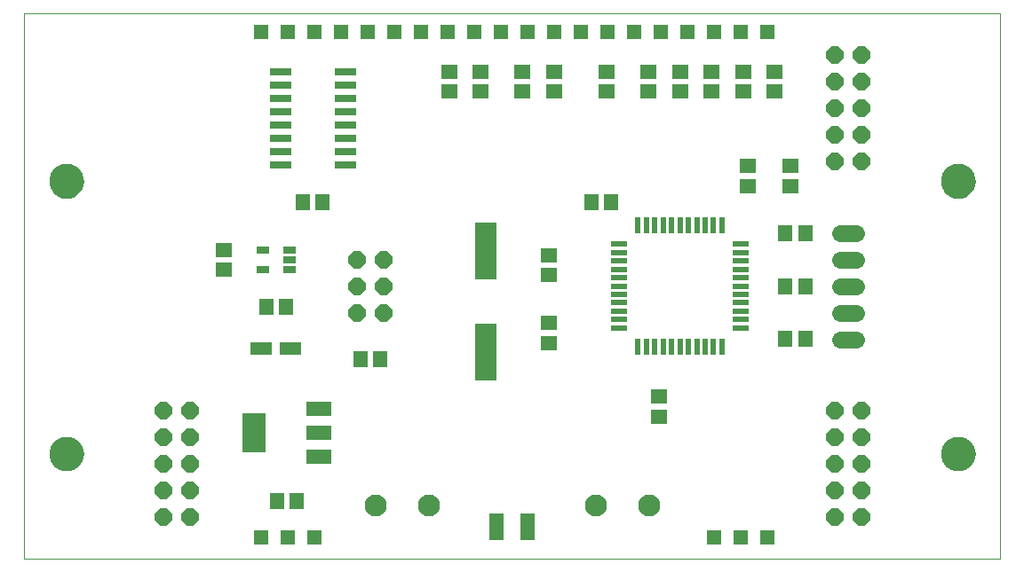
<source format=gts>
G75*
G70*
%OFA0B0*%
%FSLAX24Y24*%
%IPPOS*%
%LPD*%
%AMOC8*
5,1,8,0,0,1.08239X$1,22.5*
%
%ADD10C,0.0000*%
%ADD11C,0.1300*%
%ADD12OC8,0.0640*%
%ADD13R,0.0552X0.0631*%
%ADD14R,0.0631X0.0552*%
%ADD15R,0.0540X0.1040*%
%ADD16C,0.0827*%
%ADD17R,0.0512X0.0257*%
%ADD18R,0.0520X0.0520*%
%ADD19R,0.0840X0.0300*%
%ADD20R,0.0920X0.0520*%
%ADD21R,0.0906X0.1457*%
%ADD22R,0.0827X0.0512*%
%ADD23R,0.0631X0.0237*%
%ADD24R,0.0237X0.0631*%
%ADD25R,0.0800X0.2140*%
%ADD26C,0.0640*%
D10*
X000377Y000377D02*
X036991Y000377D01*
X036991Y020849D01*
X000377Y020849D01*
X000377Y000377D01*
X001322Y004314D02*
X001324Y004364D01*
X001330Y004414D01*
X001340Y004463D01*
X001354Y004511D01*
X001371Y004558D01*
X001392Y004603D01*
X001417Y004647D01*
X001445Y004688D01*
X001477Y004727D01*
X001511Y004764D01*
X001548Y004798D01*
X001588Y004828D01*
X001630Y004855D01*
X001674Y004879D01*
X001720Y004900D01*
X001767Y004916D01*
X001815Y004929D01*
X001865Y004938D01*
X001914Y004943D01*
X001965Y004944D01*
X002015Y004941D01*
X002064Y004934D01*
X002113Y004923D01*
X002161Y004908D01*
X002207Y004890D01*
X002252Y004868D01*
X002295Y004842D01*
X002336Y004813D01*
X002375Y004781D01*
X002411Y004746D01*
X002443Y004708D01*
X002473Y004668D01*
X002500Y004625D01*
X002523Y004581D01*
X002542Y004535D01*
X002558Y004487D01*
X002570Y004438D01*
X002578Y004389D01*
X002582Y004339D01*
X002582Y004289D01*
X002578Y004239D01*
X002570Y004190D01*
X002558Y004141D01*
X002542Y004093D01*
X002523Y004047D01*
X002500Y004003D01*
X002473Y003960D01*
X002443Y003920D01*
X002411Y003882D01*
X002375Y003847D01*
X002336Y003815D01*
X002295Y003786D01*
X002252Y003760D01*
X002207Y003738D01*
X002161Y003720D01*
X002113Y003705D01*
X002064Y003694D01*
X002015Y003687D01*
X001965Y003684D01*
X001914Y003685D01*
X001865Y003690D01*
X001815Y003699D01*
X001767Y003712D01*
X001720Y003728D01*
X001674Y003749D01*
X001630Y003773D01*
X001588Y003800D01*
X001548Y003830D01*
X001511Y003864D01*
X001477Y003901D01*
X001445Y003940D01*
X001417Y003981D01*
X001392Y004025D01*
X001371Y004070D01*
X001354Y004117D01*
X001340Y004165D01*
X001330Y004214D01*
X001324Y004264D01*
X001322Y004314D01*
X001322Y014550D02*
X001324Y014600D01*
X001330Y014650D01*
X001340Y014699D01*
X001354Y014747D01*
X001371Y014794D01*
X001392Y014839D01*
X001417Y014883D01*
X001445Y014924D01*
X001477Y014963D01*
X001511Y015000D01*
X001548Y015034D01*
X001588Y015064D01*
X001630Y015091D01*
X001674Y015115D01*
X001720Y015136D01*
X001767Y015152D01*
X001815Y015165D01*
X001865Y015174D01*
X001914Y015179D01*
X001965Y015180D01*
X002015Y015177D01*
X002064Y015170D01*
X002113Y015159D01*
X002161Y015144D01*
X002207Y015126D01*
X002252Y015104D01*
X002295Y015078D01*
X002336Y015049D01*
X002375Y015017D01*
X002411Y014982D01*
X002443Y014944D01*
X002473Y014904D01*
X002500Y014861D01*
X002523Y014817D01*
X002542Y014771D01*
X002558Y014723D01*
X002570Y014674D01*
X002578Y014625D01*
X002582Y014575D01*
X002582Y014525D01*
X002578Y014475D01*
X002570Y014426D01*
X002558Y014377D01*
X002542Y014329D01*
X002523Y014283D01*
X002500Y014239D01*
X002473Y014196D01*
X002443Y014156D01*
X002411Y014118D01*
X002375Y014083D01*
X002336Y014051D01*
X002295Y014022D01*
X002252Y013996D01*
X002207Y013974D01*
X002161Y013956D01*
X002113Y013941D01*
X002064Y013930D01*
X002015Y013923D01*
X001965Y013920D01*
X001914Y013921D01*
X001865Y013926D01*
X001815Y013935D01*
X001767Y013948D01*
X001720Y013964D01*
X001674Y013985D01*
X001630Y014009D01*
X001588Y014036D01*
X001548Y014066D01*
X001511Y014100D01*
X001477Y014137D01*
X001445Y014176D01*
X001417Y014217D01*
X001392Y014261D01*
X001371Y014306D01*
X001354Y014353D01*
X001340Y014401D01*
X001330Y014450D01*
X001324Y014500D01*
X001322Y014550D01*
X034786Y014550D02*
X034788Y014600D01*
X034794Y014650D01*
X034804Y014699D01*
X034818Y014747D01*
X034835Y014794D01*
X034856Y014839D01*
X034881Y014883D01*
X034909Y014924D01*
X034941Y014963D01*
X034975Y015000D01*
X035012Y015034D01*
X035052Y015064D01*
X035094Y015091D01*
X035138Y015115D01*
X035184Y015136D01*
X035231Y015152D01*
X035279Y015165D01*
X035329Y015174D01*
X035378Y015179D01*
X035429Y015180D01*
X035479Y015177D01*
X035528Y015170D01*
X035577Y015159D01*
X035625Y015144D01*
X035671Y015126D01*
X035716Y015104D01*
X035759Y015078D01*
X035800Y015049D01*
X035839Y015017D01*
X035875Y014982D01*
X035907Y014944D01*
X035937Y014904D01*
X035964Y014861D01*
X035987Y014817D01*
X036006Y014771D01*
X036022Y014723D01*
X036034Y014674D01*
X036042Y014625D01*
X036046Y014575D01*
X036046Y014525D01*
X036042Y014475D01*
X036034Y014426D01*
X036022Y014377D01*
X036006Y014329D01*
X035987Y014283D01*
X035964Y014239D01*
X035937Y014196D01*
X035907Y014156D01*
X035875Y014118D01*
X035839Y014083D01*
X035800Y014051D01*
X035759Y014022D01*
X035716Y013996D01*
X035671Y013974D01*
X035625Y013956D01*
X035577Y013941D01*
X035528Y013930D01*
X035479Y013923D01*
X035429Y013920D01*
X035378Y013921D01*
X035329Y013926D01*
X035279Y013935D01*
X035231Y013948D01*
X035184Y013964D01*
X035138Y013985D01*
X035094Y014009D01*
X035052Y014036D01*
X035012Y014066D01*
X034975Y014100D01*
X034941Y014137D01*
X034909Y014176D01*
X034881Y014217D01*
X034856Y014261D01*
X034835Y014306D01*
X034818Y014353D01*
X034804Y014401D01*
X034794Y014450D01*
X034788Y014500D01*
X034786Y014550D01*
X034786Y004314D02*
X034788Y004364D01*
X034794Y004414D01*
X034804Y004463D01*
X034818Y004511D01*
X034835Y004558D01*
X034856Y004603D01*
X034881Y004647D01*
X034909Y004688D01*
X034941Y004727D01*
X034975Y004764D01*
X035012Y004798D01*
X035052Y004828D01*
X035094Y004855D01*
X035138Y004879D01*
X035184Y004900D01*
X035231Y004916D01*
X035279Y004929D01*
X035329Y004938D01*
X035378Y004943D01*
X035429Y004944D01*
X035479Y004941D01*
X035528Y004934D01*
X035577Y004923D01*
X035625Y004908D01*
X035671Y004890D01*
X035716Y004868D01*
X035759Y004842D01*
X035800Y004813D01*
X035839Y004781D01*
X035875Y004746D01*
X035907Y004708D01*
X035937Y004668D01*
X035964Y004625D01*
X035987Y004581D01*
X036006Y004535D01*
X036022Y004487D01*
X036034Y004438D01*
X036042Y004389D01*
X036046Y004339D01*
X036046Y004289D01*
X036042Y004239D01*
X036034Y004190D01*
X036022Y004141D01*
X036006Y004093D01*
X035987Y004047D01*
X035964Y004003D01*
X035937Y003960D01*
X035907Y003920D01*
X035875Y003882D01*
X035839Y003847D01*
X035800Y003815D01*
X035759Y003786D01*
X035716Y003760D01*
X035671Y003738D01*
X035625Y003720D01*
X035577Y003705D01*
X035528Y003694D01*
X035479Y003687D01*
X035429Y003684D01*
X035378Y003685D01*
X035329Y003690D01*
X035279Y003699D01*
X035231Y003712D01*
X035184Y003728D01*
X035138Y003749D01*
X035094Y003773D01*
X035052Y003800D01*
X035012Y003830D01*
X034975Y003864D01*
X034941Y003901D01*
X034909Y003940D01*
X034881Y003981D01*
X034856Y004025D01*
X034835Y004070D01*
X034818Y004117D01*
X034804Y004165D01*
X034794Y004214D01*
X034788Y004264D01*
X034786Y004314D01*
D11*
X035416Y004314D03*
X035416Y014550D03*
X001952Y014550D03*
X001952Y004314D03*
D12*
X005586Y003920D03*
X006586Y003920D03*
X006586Y002920D03*
X005586Y002920D03*
X005586Y001920D03*
X006586Y001920D03*
X006586Y004920D03*
X005586Y004920D03*
X005586Y005920D03*
X006586Y005920D03*
X012869Y009613D03*
X013869Y009613D03*
X013869Y010613D03*
X012869Y010613D03*
X012869Y011613D03*
X013869Y011613D03*
X030782Y015306D03*
X031782Y015306D03*
X031782Y016306D03*
X030782Y016306D03*
X030782Y017306D03*
X031782Y017306D03*
X031782Y018306D03*
X030782Y018306D03*
X030782Y019306D03*
X031782Y019306D03*
X031782Y005920D03*
X030782Y005920D03*
X030782Y004920D03*
X031782Y004920D03*
X031782Y003920D03*
X030782Y003920D03*
X030782Y002920D03*
X031782Y002920D03*
X031782Y001920D03*
X030782Y001920D03*
D13*
X029688Y008645D03*
X028940Y008645D03*
X028940Y010613D03*
X029688Y010613D03*
X029688Y012582D03*
X028940Y012582D03*
X022404Y013763D03*
X021656Y013763D03*
X013743Y007857D03*
X012995Y007857D03*
X010200Y009826D03*
X009452Y009826D03*
X010830Y013763D03*
X011578Y013763D03*
X010593Y002542D03*
X009845Y002542D03*
D14*
X020062Y008467D03*
X020062Y009215D03*
X020062Y011026D03*
X020062Y011774D03*
X027542Y014373D03*
X027542Y015121D03*
X029117Y015121D03*
X029117Y014373D03*
X028526Y017916D03*
X028526Y018664D03*
X027345Y018664D03*
X027345Y017916D03*
X026164Y017916D03*
X026164Y018664D03*
X024983Y018664D03*
X024983Y017916D03*
X023802Y017916D03*
X023802Y018664D03*
X022227Y018664D03*
X022227Y017916D03*
X020259Y017916D03*
X020259Y018664D03*
X019078Y018664D03*
X019078Y017916D03*
X017503Y017916D03*
X017503Y018664D03*
X016322Y018664D03*
X016322Y017916D03*
X007857Y011971D03*
X007857Y011223D03*
X024196Y006460D03*
X024196Y005711D03*
D15*
X019274Y001558D03*
X018093Y001558D03*
D16*
X015558Y002355D03*
X013558Y002355D03*
X021826Y002355D03*
X023826Y002355D03*
D17*
X010337Y011223D03*
X010337Y011597D03*
X010337Y011971D03*
X009314Y011971D03*
X009314Y011223D03*
D18*
X009247Y020156D03*
X010247Y020156D03*
X011247Y020156D03*
X012247Y020156D03*
X013247Y020156D03*
X014247Y020156D03*
X015247Y020156D03*
X016247Y020156D03*
X017247Y020156D03*
X018247Y020156D03*
X019247Y020156D03*
X020247Y020156D03*
X021247Y020156D03*
X022247Y020156D03*
X023247Y020156D03*
X024247Y020156D03*
X025247Y020156D03*
X026247Y020156D03*
X027247Y020156D03*
X028247Y020156D03*
X028247Y001156D03*
X027247Y001156D03*
X026247Y001156D03*
X011247Y001156D03*
X010247Y001156D03*
X009247Y001156D03*
D19*
X009994Y015162D03*
X009994Y015662D03*
X009994Y016162D03*
X009994Y016662D03*
X009994Y017162D03*
X009994Y017662D03*
X009994Y018162D03*
X009994Y018662D03*
X012414Y018662D03*
X012414Y018162D03*
X012414Y017662D03*
X012414Y017162D03*
X012414Y016662D03*
X012414Y016162D03*
X012414Y015662D03*
X012414Y015162D03*
D20*
X011439Y006011D03*
X011439Y005101D03*
X011439Y004191D03*
D21*
X008999Y005101D03*
D22*
X009274Y008251D03*
X010377Y008251D03*
D23*
X022700Y009038D03*
X022700Y009353D03*
X022700Y009668D03*
X022700Y009983D03*
X022700Y010298D03*
X022700Y010613D03*
X022700Y010928D03*
X022700Y011243D03*
X022700Y011558D03*
X022700Y011873D03*
X022700Y012188D03*
X027267Y012188D03*
X027267Y011873D03*
X027267Y011558D03*
X027267Y011243D03*
X027267Y010928D03*
X027267Y010613D03*
X027267Y010298D03*
X027267Y009983D03*
X027267Y009668D03*
X027267Y009353D03*
X027267Y009038D03*
D24*
X026558Y008330D03*
X026243Y008330D03*
X025928Y008330D03*
X025613Y008330D03*
X025298Y008330D03*
X024983Y008330D03*
X024668Y008330D03*
X024353Y008330D03*
X024038Y008330D03*
X023723Y008330D03*
X023408Y008330D03*
X023408Y012897D03*
X023723Y012897D03*
X024038Y012897D03*
X024353Y012897D03*
X024668Y012897D03*
X024983Y012897D03*
X025298Y012897D03*
X025613Y012897D03*
X025928Y012897D03*
X026243Y012897D03*
X026558Y012897D03*
D25*
X017700Y011923D03*
X017700Y008123D03*
D26*
X030982Y008613D02*
X031582Y008613D01*
X031582Y009613D02*
X030982Y009613D01*
X030982Y010613D02*
X031582Y010613D01*
X031582Y011613D02*
X030982Y011613D01*
X030982Y012613D02*
X031582Y012613D01*
M02*

</source>
